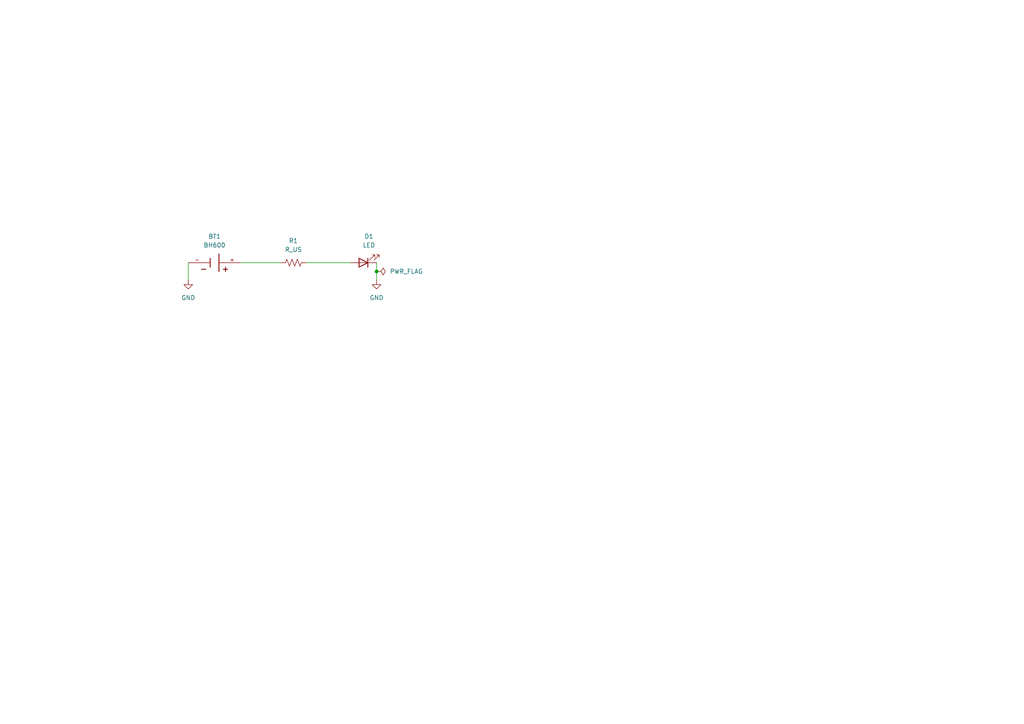
<source format=kicad_sch>
(kicad_sch (version 20231120) (generator "eeschema") (generator_version "8.0")
  (paper "A4")
  (lib_symbols
    (symbol "BH600:BH600" (pin_names (offset 1.016))
      (property "Reference" "BT" (at -3.81 3.81 0))
      (property "Value" "BH600" (at -3.81 -5.08 0))
      (symbol "BH600_0_0"
        (polyline (pts (xy -3.81 1.905) (xy -2.54 1.905)) (stroke (width 0.254)))
        (polyline (pts (xy -3.175 2.54) (xy -3.175 1.27)) (stroke (width 0.254)))
        (polyline (pts (xy -1.27 0) (xy -2.54 0)) (stroke (width 0.1524)))
        (polyline (pts (xy -1.27 0) (xy -1.27 -2.54)) (stroke (width 0.254)))
        (polyline (pts (xy -1.27 2.54) (xy -1.27 0)) (stroke (width 0.254)))
        (polyline (pts (xy 1.27 0) (xy 1.27 -1.27)) (stroke (width 0.254)))
        (polyline (pts (xy 1.27 0) (xy 2.54 0)) (stroke (width 0.1524)))
        (polyline (pts (xy 1.27 1.27) (xy 1.27 0)) (stroke (width 0.254)))
        (polyline (pts (xy 3.81 1.905) (xy 2.54 1.905)) (stroke (width 0.254)))
        (pin passive line (at -7.62 0 0) (length 5.08) (name "~") (number "+"))
        (pin passive line (at 7.62 0 180) (length 5.08) (name "~") (number "-"))
      )
    )
    (symbol "Device:LED" (pin_numbers hide) (pin_names (offset 1.016) hide)
      (property "Reference" "D" (at 0 2.54 0))
      (property "Value" "LED" (at 0 -2.54 0))
      (symbol "LED_0_1"
        (polyline (pts (xy -1.27 -1.27) (xy -1.27 1.27)) (stroke (width 0.254)))
        (polyline (pts (xy -1.27 0) (xy 1.27 0)))
        (polyline (pts (xy 1.27 -1.27) (xy 1.27 1.27) (xy -1.27 0) (xy 1.27 -1.27)) (stroke (width 0.254)))
        (polyline (pts (xy -3.048 -0.762) (xy -4.572 -2.286) (xy -3.81 -2.286) (xy -4.572 -2.286) (xy -4.572 -1.524)))
        (polyline (pts (xy -1.778 -0.762) (xy -3.302 -2.286) (xy -2.54 -2.286) (xy -3.302 -2.286) (xy -3.302 -1.524)))
      )
      (symbol "LED_1_1"
        (pin passive line (at -3.81 0 0) (length 2.54) (name "K") (number "1"))
        (pin passive line (at 3.81 0 180) (length 2.54) (name "A") (number "2"))
      )
    )
    (symbol "Device:R_US" (pin_numbers hide) (pin_names (offset 0))
      (property "Reference" "R" (at 2.54 0 90))
      (property "Value" "R_US" (at -2.54 0 90))
      (symbol "R_US_0_1"
        (polyline (pts (xy 0 -2.286) (xy 0 -2.54)))
        (polyline (pts (xy 0 2.286) (xy 0 2.54)))
        (polyline (pts (xy 0 -0.762) (xy 1.016 -1.143) (xy 0 -1.524) (xy -1.016 -1.905) (xy 0 -2.286)))
        (polyline (pts (xy 0 0.762) (xy 1.016 0.381) (xy 0 0) (xy -1.016 -0.381) (xy 0 -0.762)))
        (polyline (pts (xy 0 2.286) (xy 1.016 1.905) (xy 0 1.524) (xy -1.016 1.143) (xy 0 0.762)))
      )
      (symbol "R_US_1_1"
        (pin passive line (at 0 3.81 270) (length 1.27) (name "~") (number "1"))
        (pin passive line (at 0 -3.81 90) (length 1.27) (name "~") (number "2"))
      )
    )
    (symbol "power:GND" (power) (pin_numbers hide) (pin_names (offset 0) hide)
      (property "Value" "GND" (at 0 -3.81 0))
      (symbol "GND_0_1"
        (polyline (pts (xy 0 0) (xy 0 -1.27) (xy 1.27 -1.27) (xy 0 -2.54) (xy -1.27 -1.27) (xy 0 -1.27)))
      )
      (symbol "GND_1_1"
        (pin power_in line (at 0 0 270) (length 0) (name "~") (number "1"))
      )
    )
    (symbol "power:PWR_FLAG" (power) (pin_numbers hide) (pin_names (offset 0) hide)
      (property "Value" "PWR_FLAG" (at 0 3.81 0))
      (symbol "PWR_FLAG_0_0"
        (pin power_out line (at 0 0 90) (length 0) (name "~") (number "1"))
      )
      (symbol "PWR_FLAG_0_1"
        (polyline (pts (xy 0 0) (xy 0 1.27) (xy -1.016 1.905) (xy 0 2.54) (xy 1.016 1.905) (xy 0 1.27)))
      )
    )
  )
  (junction (at 109.22 78.74))
  (wire (pts (xy 109.22 78.74) (xy 109.22 81.28)))
  (wire (pts (xy 69.85 76.2) (xy 81.28 76.2)))
  (wire (pts (xy 88.9 76.2) (xy 101.6 76.2)))
  (wire (pts (xy 109.22 76.2) (xy 109.22 78.74)))
  (wire (pts (xy 54.61 76.2) (xy 54.61 81.28)))
  (symbol (lib_id "power:PWR_FLAG") (at 109.22 78.74 270) (unit 1)
    (property "Reference" "#FLG01" (effects (hide yes)))
    (property "Value" "PWR_FLAG" (at 113.03 78.7399 90) (effects (justify left)))
    (property "Description" "Special symbol for telling ERC where power comes from" (effects (hide yes)))
  )
  (symbol (lib_id "Device:LED") (at 105.41 76.2 180) (unit 1)
    (property "Reference" "D1" (at 106.9975 68.58 0))
    (property "Value" "LED" (at 106.9975 71.12 0))
    (property "Footprint" "LED_THT:LED_D1.8mm_W3.3mm_H2.4mm" (effects (hide yes)))
    (property "Description" "Light emitting diode" (effects (hide yes)))
  )
  (symbol (lib_id "power:GND") (at 109.22 81.28 0) (unit 1)
    (property "Reference" "#PWR01" (effects (hide yes)))
    (property "Value" "GND" (at 109.22 86.36 0))
    (property "Description" "Power symbol creates a global label with name \"GND\" , ground" (effects (hide yes)))
  )
  (symbol (lib_id "Device:R_US") (at 85.09 76.2 90) (unit 1)
    (property "Reference" "R1" (at 85.09 69.85 90))
    (property "Value" "R_US" (at 85.09 72.39 90))
    (property "Footprint" "Resistor_THT:R_Axial_DIN0414_L11.9mm_D4.5mm_P15.24mm_Horizontal" (effects (hide yes)))
    (property "Description" "Resistor, US symbol" (effects (hide yes)))
  )
  (symbol (lib_id "BH600:BH600") (at 62.23 76.2 180) (unit 1)
    (property "Reference" "BT1" (at 62.23 68.58 0))
    (property "Value" "BH600" (at 62.23 71.12 0))
    (property "Footprint" "BH600 footprint symbol:BAT_BH600" (effects (hide yes)))
    (property "MF" "MPD" (effects (hide yes)))
    (property "MAXIMUM_PACKAGE_HEIGHT" "8.38mm" (effects (hide yes)))
    (property "Package" "None" (effects (hide yes)))
    (property "Price" "None" (effects (hide yes)))
    (property "Check_prices" "https://www.snapeda.com/parts/BH600/Memory+Protection+Devices/view-part/?ref=eda" (effects (hide yes)))
    (property "STANDARD" "Manufacturer Recommendations" (effects (hide yes)))
    (property "PARTREV" "D" (effects (hide yes)))
    (property "SnapEDA_Link" "https://www.snapeda.com/parts/BH600/Memory+Protection+Devices/view-part/?ref=snap" (effects (hide yes)))
    (property "MP" "BH600" (effects (hide yes)))
    (property "Description_1" "\nBATTERY HOLDER COIN 16MM PC PIN\n" (effects (hide yes)))
    (property "Availability" "In Stock" (effects (hide yes)))
    (property "MANUFACTURER" "MPD" (effects (hide yes)))
  )
  (symbol (lib_id "power:GND") (at 54.61 81.28 0) (unit 1)
    (property "Reference" "#PWR02" (effects (hide yes)))
    (property "Value" "GND" (at 54.61 86.36 0))
    (property "Description" "Power symbol creates a global label with name \"GND\" , ground" (effects (hide yes)))
  )
)
</source>
